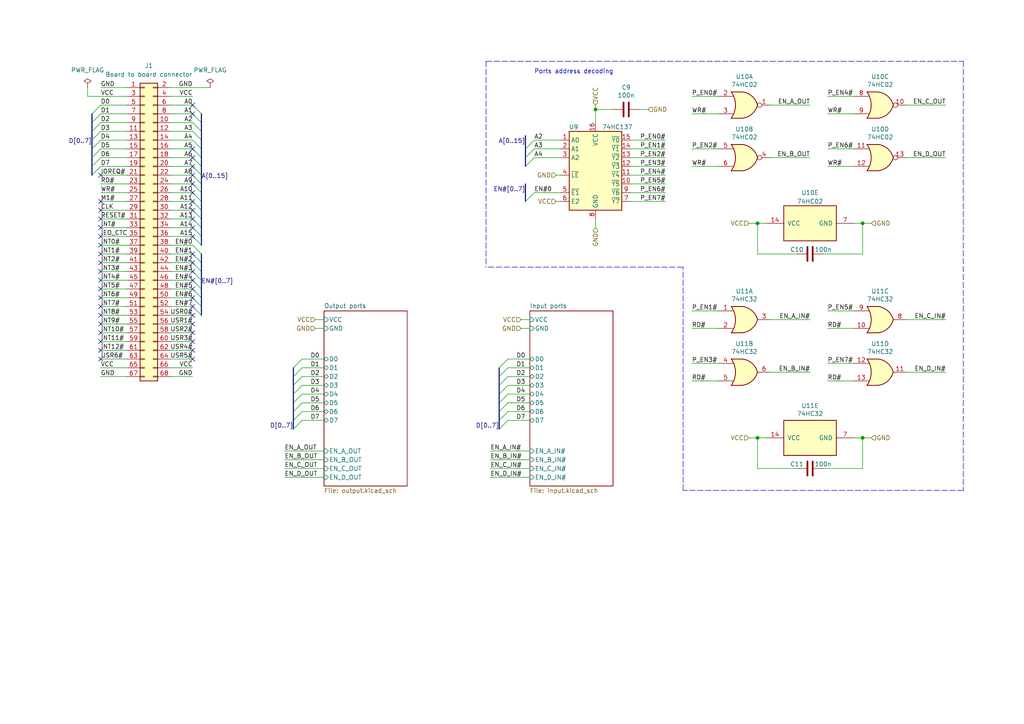
<source format=kicad_sch>
(kicad_sch (version 20231120) (generator "eeschema") (generator_version "8.0")
  (paper "A4")
  (title_block (title "ZComputer - I/O") (date "2024-06-21") (rev "v0.1") (company "Maxime Chretien") (comment 1 "mchretien@linuxmail.org"))
  (lib_symbols
    (symbol "74xx:74HC02" (pin_names (offset 1.016))
      (property "Reference" "U" (at 0 1.27 0))
      (property "Value" "74HC02" (at 0 -1.27 0))
      (symbol "74HC02_1_1"
        (arc (start -3.81 -3.81) (mid -2.589 0) (end -3.81 3.81) (stroke (width 0.254)))
        (arc (start -0.6096 -3.81) (mid 2.1842 -2.5851) (end 3.81 0) (stroke (width 0.254)) (fill (type background)))
        (polyline (pts (xy -3.81 -3.81) (xy -0.635 -3.81)) (stroke (width 0.254)) (fill (type background)))
        (polyline (pts (xy -3.81 3.81) (xy -0.635 3.81)) (stroke (width 0.254)) (fill (type background)))
        (polyline (pts (xy -0.635 3.81) (xy -3.81 3.81) (xy -3.81 3.81) (xy -3.556 3.4036) (xy -3.0226 2.2606) (xy -2.6924 1.0414) (xy -2.6162 -0.254) (xy -2.7686 -1.4986) (xy -3.175 -2.7178) (xy -3.81 -3.81) (xy -3.81 -3.81) (xy -0.635 -3.81)) (stroke (width -25.4)) (fill (type background)))
        (arc (start 3.81 0) (mid 2.1915 2.5936) (end -0.6096 3.81) (stroke (width 0.254)) (fill (type background)))
        (pin output inverted (at 7.62 0 180) (length 3.81) (name "~") (number "1"))
        (pin input line (at -7.62 2.54 0) (length 4.318) (name "~") (number "2"))
        (pin input line (at -7.62 -2.54 0) (length 4.318) (name "~") (number "3"))
      )
      (symbol "74HC02_1_2"
        (arc (start 0 -3.81) (mid 3.7934 0) (end 0 3.81) (stroke (width 0.254)) (fill (type background)))
        (polyline (pts (xy 0 3.81) (xy -3.81 3.81) (xy -3.81 -3.81) (xy 0 -3.81)) (stroke (width 0.254)) (fill (type background)))
        (pin output line (at 7.62 0 180) (length 3.81) (name "~") (number "1"))
        (pin input inverted (at -7.62 2.54 0) (length 3.81) (name "~") (number "2"))
        (pin input inverted (at -7.62 -2.54 0) (length 3.81) (name "~") (number "3"))
      )
      (symbol "74HC02_2_1"
        (arc (start -3.81 -3.81) (mid -2.589 0) (end -3.81 3.81) (stroke (width 0.254)))
        (arc (start -0.6096 -3.81) (mid 2.1842 -2.5851) (end 3.81 0) (stroke (width 0.254)) (fill (type background)))
        (polyline (pts (xy -3.81 -3.81) (xy -0.635 -3.81)) (stroke (width 0.254)) (fill (type background)))
        (polyline (pts (xy -3.81 3.81) (xy -0.635 3.81)) (stroke (width 0.254)) (fill (type background)))
        (polyline (pts (xy -0.635 3.81) (xy -3.81 3.81) (xy -3.81 3.81) (xy -3.556 3.4036) (xy -3.0226 2.2606) (xy -2.6924 1.0414) (xy -2.6162 -0.254) (xy -2.7686 -1.4986) (xy -3.175 -2.7178) (xy -3.81 -3.81) (xy -3.81 -3.81) (xy -0.635 -3.81)) (stroke (width -25.4)) (fill (type background)))
        (arc (start 3.81 0) (mid 2.1915 2.5936) (end -0.6096 3.81) (stroke (width 0.254)) (fill (type background)))
        (pin output inverted (at 7.62 0 180) (length 3.81) (name "~") (number "4"))
        (pin input line (at -7.62 2.54 0) (length 4.318) (name "~") (number "5"))
        (pin input line (at -7.62 -2.54 0) (length 4.318) (name "~") (number "6"))
      )
      (symbol "74HC02_2_2"
        (arc (start 0 -3.81) (mid 3.7934 0) (end 0 3.81) (stroke (width 0.254)) (fill (type background)))
        (polyline (pts (xy 0 3.81) (xy -3.81 3.81) (xy -3.81 -3.81) (xy 0 -3.81)) (stroke (width 0.254)) (fill (type background)))
        (pin output line (at 7.62 0 180) (length 3.81) (name "~") (number "4"))
        (pin input inverted (at -7.62 2.54 0) (length 3.81) (name "~") (number "5"))
        (pin input inverted (at -7.62 -2.54 0) (length 3.81) (name "~") (number "6"))
      )
      (symbol "74HC02_3_1"
        (arc (start -3.81 -3.81) (mid -2.589 0) (end -3.81 3.81) (stroke (width 0.254)))
        (arc (start -0.6096 -3.81) (mid 2.1842 -2.5851) (end 3.81 0) (stroke (width 0.254)) (fill (type background)))
        (polyline (pts (xy -3.81 -3.81) (xy -0.635 -3.81)) (stroke (width 0.254)) (fill (type background)))
        (polyline (pts (xy -3.81 3.81) (xy -0.635 3.81)) (stroke (width 0.254)) (fill (type background)))
        (polyline (pts (xy -0.635 3.81) (xy -3.81 3.81) (xy -3.81 3.81) (xy -3.556 3.4036) (xy -3.0226 2.2606) (xy -2.6924 1.0414) (xy -2.6162 -0.254) (xy -2.7686 -1.4986) (xy -3.175 -2.7178) (xy -3.81 -3.81) (xy -3.81 -3.81) (xy -0.635 -3.81)) (stroke (width -25.4)) (fill (type background)))
        (arc (start 3.81 0) (mid 2.1915 2.5936) (end -0.6096 3.81) (stroke (width 0.254)) (fill (type background)))
        (pin output inverted (at 7.62 0 180) (length 3.81) (name "~") (number "10"))
        (pin input line (at -7.62 2.54 0) (length 4.318) (name "~") (number "8"))
        (pin input line (at -7.62 -2.54 0) (length 4.318) (name "~") (number "9"))
      )
      (symbol "74HC02_3_2"
        (arc (start 0 -3.81) (mid 3.7934 0) (end 0 3.81) (stroke (width 0.254)) (fill (type background)))
        (polyline (pts (xy 0 3.81) (xy -3.81 3.81) (xy -3.81 -3.81) (xy 0 -3.81)) (stroke (width 0.254)) (fill (type background)))
        (pin output line (at 7.62 0 180) (length 3.81) (name "~") (number "10"))
        (pin input inverted (at -7.62 2.54 0) (length 3.81) (name "~") (number "8"))
        (pin input inverted (at -7.62 -2.54 0) (length 3.81) (name "~") (number "9"))
      )
      (symbol "74HC02_4_1"
        (arc (start -3.81 -3.81) (mid -2.589 0) (end -3.81 3.81) (stroke (width 0.254)))
        (arc (start -0.6096 -3.81) (mid 2.1842 -2.5851) (end 3.81 0) (stroke (width 0.254)) (fill (type background)))
        (polyline (pts (xy -3.81 -3.81) (xy -0.635 -3.81)) (stroke (width 0.254)) (fill (type background)))
        (polyline (pts (xy -3.81 3.81) (xy -0.635 3.81)) (stroke (width 0.254)) (fill (type background)))
        (polyline (pts (xy -0.635 3.81) (xy -3.81 3.81) (xy -3.81 3.81) (xy -3.556 3.4036) (xy -3.0226 2.2606) (xy -2.6924 1.0414) (xy -2.6162 -0.254) (xy -2.7686 -1.4986) (xy -3.175 -2.7178) (xy -3.81 -3.81) (xy -3.81 -3.81) (xy -0.635 -3.81)) (stroke (width -25.4)) (fill (type background)))
        (arc (start 3.81 0) (mid 2.1915 2.5936) (end -0.6096 3.81) (stroke (width 0.254)) (fill (type background)))
        (pin input line (at -7.62 2.54 0) (length 4.318) (name "~") (number "11"))
        (pin input line (at -7.62 -2.54 0) (length 4.318) (name "~") (number "12"))
        (pin output inverted (at 7.62 0 180) (length 3.81) (name "~") (number "13"))
      )
      (symbol "74HC02_4_2"
        (arc (start 0 -3.81) (mid 3.7934 0) (end 0 3.81) (stroke (width 0.254)) (fill (type background)))
        (polyline (pts (xy 0 3.81) (xy -3.81 3.81) (xy -3.81 -3.81) (xy 0 -3.81)) (stroke (width 0.254)) (fill (type background)))
        (pin input inverted (at -7.62 2.54 0) (length 3.81) (name "~") (number "11"))
        (pin input inverted (at -7.62 -2.54 0) (length 3.81) (name "~") (number "12"))
        (pin output line (at 7.62 0 180) (length 3.81) (name "~") (number "13"))
      )
      (symbol "74HC02_5_0"
        (pin power_in line (at 0 12.7 270) (length 5.08) (name "VCC") (number "14"))
        (pin power_in line (at 0 -12.7 90) (length 5.08) (name "GND") (number "7"))
      )
      (symbol "74HC02_5_1"
        (rectangle (start -5.08 7.62) (end 5.08 -7.62) (stroke (width 0.254)) (fill (type background)))
      )
    )
    (symbol "74xx:74HC137"
      (property "Reference" "U" (at -7.62 13.97 0))
      (property "Value" "74HC137" (at 2.54 -11.43 0))
      (symbol "74HC137_0_1"
        (rectangle (start -7.62 12.7) (end 7.62 -10.16) (stroke (width 0.254)) (fill (type background)))
      )
      (symbol "74HC137_1_1"
        (pin input line (at -10.16 10.16 0) (length 2.54) (name "A0") (number "1"))
        (pin output line (at 10.16 -2.54 180) (length 2.54) (name "~{Y5}") (number "10"))
        (pin output line (at 10.16 0 180) (length 2.54) (name "~{Y4}") (number "11"))
        (pin output line (at 10.16 2.54 180) (length 2.54) (name "~{Y3}") (number "12"))
        (pin output line (at 10.16 5.08 180) (length 2.54) (name "~{Y2}") (number "13"))
        (pin output line (at 10.16 7.62 180) (length 2.54) (name "~{Y1}") (number "14"))
        (pin output line (at 10.16 10.16 180) (length 2.54) (name "~{Y0}") (number "15"))
        (pin power_in line (at 0 15.24 270) (length 2.54) (name "VCC") (number "16"))
        (pin input line (at -10.16 7.62 0) (length 2.54) (name "A1") (number "2"))
        (pin input line (at -10.16 5.08 0) (length 2.54) (name "A2") (number "3"))
        (pin input line (at -10.16 0 0) (length 2.54) (name "~{LE}") (number "4"))
        (pin input line (at -10.16 -5.08 0) (length 2.54) (name "~{E1}") (number "5"))
        (pin input line (at -10.16 -7.62 0) (length 2.54) (name "E2") (number "6"))
        (pin output line (at 10.16 -7.62 180) (length 2.54) (name "~{Y7}") (number "7"))
        (pin power_in line (at 0 -12.7 90) (length 2.54) (name "GND") (number "8"))
        (pin output line (at 10.16 -5.08 180) (length 2.54) (name "~{Y6}") (number "9"))
      )
    )
    (symbol "Connector_Generic:Conn_02x34_Odd_Even" (pin_names (offset 1.016) hide)
      (property "Reference" "J" (at 1.27 43.18 0))
      (property "Value" "Conn_02x34_Odd_Even" (at 1.27 -45.72 0))
      (symbol "Conn_02x34_Odd_Even_1_1"
        (rectangle (start -1.27 -43.053) (end 0 -43.307) (stroke (width 0.1524)))
        (rectangle (start -1.27 -40.513) (end 0 -40.767) (stroke (width 0.1524)))
        (rectangle (start -1.27 -37.973) (end 0 -38.227) (stroke (width 0.1524)))
        (rectangle (start -1.27 -35.433) (end 0 -35.687) (stroke (width 0.1524)))
        (rectangle (start -1.27 -32.893) (end 0 -33.147) (stroke (width 0.1524)))
        (rectangle (start -1.27 -30.353) (end 0 -30.607) (stroke (width 0.1524)))
        (rectangle (start -1.27 -27.813) (end 0 -28.067) (stroke (width 0.1524)))
        (rectangle (start -1.27 -25.273) (end 0 -25.527) (stroke (width 0.1524)))
        (rectangle (start -1.27 -22.733) (end 0 -22.987) (stroke (width 0.1524)))
        (rectangle (start -1.27 -20.193) (end 0 -20.447) (stroke (width 0.1524)))
        (rectangle (start -1.27 -17.653) (end 0 -17.907) (stroke (width 0.1524)))
        (rectangle (start -1.27 -15.113) (end 0 -15.367) (stroke (width 0.1524)))
        (rectangle (start -1.27 -12.573) (end 0 -12.827) (stroke (width 0.1524)))
        (rectangle (start -1.27 -10.033) (end 0 -10.287) (stroke (width 0.1524)))
        (rectangle (start -1.27 -7.493) (end 0 -7.747) (stroke (width 0.1524)))
        (rectangle (start -1.27 -4.953) (end 0 -5.207) (stroke (width 0.1524)))
        (rectangle (start -1.27 -2.413) (end 0 -2.667) (stroke (width 0.1524)))
        (rectangle (start -1.27 0.127) (end 0 -0.127) (stroke (width 0.1524)))
        (rectangle (start -1.27 2.667) (end 0 2.413) (stroke (width 0.1524)))
        (rectangle (start -1.27 5.207) (end 0 4.953) (stroke (width 0.1524)))
        (rectangle (start -1.27 7.747) (end 0 7.493) (stroke (width 0.1524)))
        (rectangle (start -1.27 10.287) (end 0 10.033) (stroke (width 0.1524)))
        (rectangle (start -1.27 12.827) (end 0 12.573) (stroke (width 0.1524)))
        (rectangle (start -1.27 15.367) (end 0 15.113) (stroke (width 0.1524)))
        (rectangle (start -1.27 17.907) (end 0 17.653) (stroke (width 0.1524)))
        (rectangle (start -1.27 20.447) (end 0 20.193) (stroke (width 0.1524)))
        (rectangle (start -1.27 22.987) (end 0 22.733) (stroke (width 0.1524)))
        (rectangle (start -1.27 25.527) (end 0 25.273) (stroke (width 0.1524)))
        (rectangle (start -1.27 28.067) (end 0 27.813) (stroke (width 0.1524)))
        (rectangle (start -1.27 30.607) (end 0 30.353) (stroke (width 0.1524)))
        (rectangle (start -1.27 33.147) (end 0 32.893) (stroke (width 0.1524)))
        (rectangle (start -1.27 35.687) (end 0 35.433) (stroke (width 0.1524)))
        (rectangle (start -1.27 38.227) (end 0 37.973) (stroke (width 0.1524)))
        (rectangle (start -1.27 40.767) (end 0 40.513) (stroke (width 0.1524)))
        (rectangle (start -1.27 41.91) (end 3.81 -44.45) (stroke (width 0.254)) (fill (type background)))
        (rectangle (start 3.81 -43.053) (end 2.54 -43.307) (stroke (width 0.1524)))
        (rectangle (start 3.81 -40.513) (end 2.54 -40.767) (stroke (width 0.1524)))
        (rectangle (start 3.81 -37.973) (end 2.54 -38.227) (stroke (width 0.1524)))
        (rectangle (start 3.81 -35.433) (end 2.54 -35.687) (stroke (width 0.1524)))
        (rectangle (start 3.81 -32.893) (end 2.54 -33.147) (stroke (width 0.1524)))
        (rectangle (start 3.81 -30.353) (end 2.54 -30.607) (stroke (width 0.1524)))
        (rectangle (start 3.81 -27.813) (end 2.54 -28.067) (stroke (width 0.1524)))
        (rectangle (start 3.81 -25.273) (end 2.54 -25.527) (stroke (width 0.1524)))
        (rectangle (start 3.81 -22.733) (end 2.54 -22.987) (stroke (width 0.1524)))
        (rectangle (start 3.81 -20.193) (end 2.54 -20.447) (stroke (width 0.1524)))
        (rectangle (start 3.81 -17.653) (end 2.54 -17.907) (stroke (width 0.1524)))
        (rectangle (start 3.81 -15.113) (end 2.54 -15.367) (stroke (width 0.1524)))
        (rectangle (start 3.81 -12.573) (end 2.54 -12.827) (stroke (width 0.1524)))
        (rectangle (start 3.81 -10.033) (end 2.54 -10.287) (stroke (width 0.1524)))
        (rectangle (start 3.81 -7.493) (end 2.54 -7.747) (stroke (width 0.1524)))
        (rectangle (start 3.81 -4.953) (end 2.54 -5.207) (stroke (width 0.1524)))
        (rectangle (start 3.81 -2.413) (end 2.54 -2.667) (stroke (width 0.1524)))
        (rectangle (start 3.81 0.127) (end 2.54 -0.127) (stroke (width 0.1524)))
        (rectangle (start 3.81 2.667) (end 2.54 2.413) (stroke (width 0.1524)))
        (rectangle (start 3.81 5.207) (end 2.54 4.953) (stroke (width 0.1524)))
        (rectangle (start 3.81 7.747) (end 2.54 7.493) (stroke (width 0.1524)))
        (rectangle (start 3.81 10.287) (end 2.54 10.033) (stroke (width 0.1524)))
        (rectangle (start 3.81 12.827) (end 2.54 12.573) (stroke (width 0.1524)))
        (rectangle (start 3.81 15.367) (end 2.54 15.113) (stroke (width 0.1524)))
        (rectangle (start 3.81 17.907) (end 2.54 17.653) (stroke (width 0.1524)))
        (rectangle (start 3.81 20.447) (end 2.54 20.193) (stroke (width 0.1524)))
        (rectangle (start 3.81 22.987) (end 2.54 22.733) (stroke (width 0.1524)))
        (rectangle (start 3.81 25.527) (end 2.54 25.273) (stroke (width 0.1524)))
        (rectangle (start 3.81 28.067) (end 2.54 27.813) (stroke (width 0.1524)))
        (rectangle (start 3.81 30.607) (end 2.54 30.353) (stroke (width 0.1524)))
        (rectangle (start 3.81 33.147) (end 2.54 32.893) (stroke (width 0.1524)))
        (rectangle (start 3.81 35.687) (end 2.54 35.433) (stroke (width 0.1524)))
        (rectangle (start 3.81 38.227) (end 2.54 37.973) (stroke (width 0.1524)))
        (rectangle (start 3.81 40.767) (end 2.54 40.513) (stroke (width 0.1524)))
        (pin passive line (at -5.08 40.64 0) (length 3.81) (name "Pin_1") (number "1"))
        (pin passive line (at 7.62 30.48 180) (length 3.81) (name "Pin_10") (number "10"))
        (pin passive line (at -5.08 27.94 0) (length 3.81) (name "Pin_11") (number "11"))
        (pin passive line (at 7.62 27.94 180) (length 3.81) (name "Pin_12") (number "12"))
        (pin passive line (at -5.08 25.4 0) (length 3.81) (name "Pin_13") (number "13"))
        (pin passive line (at 7.62 25.4 180) (length 3.81) (name "Pin_14") (number "14"))
        (pin passive line (at -5.08 22.86 0) (length 3.81) (name "Pin_15") (number "15"))
        (pin passive line (at 7.62 22.86 180) (length 3.81) (name "Pin_16") (number "16"))
        (pin passive line (at -5.08 20.32 0) (length 3.81) (name "Pin_17") (number "17"))
        (pin passive line (at 7.62 20.32 180) (length 3.81) (name "Pin_18") (number "18"))
        (pin passive line (at -5.08 17.78 0) (length 3.81) (name "Pin_19") (number "19"))
        (pin passive line (at 7.62 40.64 180) (length 3.81) (name "Pin_2") (number "2"))
        (pin passive line (at 7.62 17.78 180) (length 3.81) (name "Pin_20") (number "20"))
        (pin passive line (at -5.08 15.24 0) (length 3.81) (name "Pin_21") (number "21"))
        (pin passive line (at 7.62 15.24 180) (length 3.81) (name "Pin_22") (number "22"))
        (pin passive line (at -5.08 12.7 0) (length 3.81) (name "Pin_23") (number "23"))
        (pin passive line (at 7.62 12.7 180) (length 3.81) (name "Pin_24") (number "24"))
        (pin passive line (at -5.08 10.16 0) (length 3.81) (name "Pin_25") (number "25"))
        (pin passive line (at 7.62 10.16 180) (length 3.81) (name "Pin_26") (number "26"))
        (pin passive line (at -5.08 7.62 0) (length 3.81) (name "Pin_27") (number "27"))
        (pin passive line (at 7.62 7.62 180) (length 3.81) (name "Pin_28") (number "28"))
        (pin passive line (at -5.08 5.08 0) (length 3.81) (name "Pin_29") (number "29"))
        (pin passive line (at -5.08 38.1 0) (length 3.81) (name "Pin_3") (number "3"))
        (pin passive line (at 7.62 5.08 180) (length 3.81) (name "Pin_30") (number "30"))
        (pin passive line (at -5.08 2.54 0) (length 3.81) (name "Pin_31") (number "31"))
        (pin passive line (at 7.62 2.54 180) (length 3.81) (name "Pin_32") (number "32"))
        (pin passive line (at -5.08 0 0) (length 3.81) (name "Pin_33") (number "33"))
        (pin passive line (at 7.62 0 180) (length 3.81) (name "Pin_34") (number "34"))
        (pin passive line (at -5.08 -2.54 0) (length 3.81) (name "Pin_35") (number "35"))
        (pin passive line (at 7.62 -2.54 180) (length 3.81) (name "Pin_36") (number "36"))
        (pin passive line (at -5.08 -5.08 0) (length 3.81) (name "Pin_37") (number "37"))
        (pin passive line (at 7.62 -5.08 180) (length 3.81) (name "Pin_38") (number "38"))
        (pin passive line (at -5.08 -7.62 0) (length 3.81) (name "Pin_39") (number "39"))
        (pin passive line (at 7.62 38.1 180) (length 3.81) (name "Pin_4") (number "4"))
        (pin passive line (at 7.62 -7.62 180) (length 3.81) (name "Pin_40") (number "40"))
        (pin passive line (at -5.08 -10.16 0) (length 3.81) (name "Pin_41") (number "41"))
        (pin passive line (at 7.62 -10.16 180) (length 3.81) (name "Pin_42") (number "42"))
        (pin passive line (at -5.08 -12.7 0) (length 3.81) (name "Pin_43") (number "43"))
        (pin passive line (at 7.62 -12.7 180) (length 3.81) (name "Pin_44") (number "44"))
        (pin passive line (at -5.08 -15.24 0) (length 3.81) (name "Pin_45") (number "45"))
        (pin passive line (at 7.62 -15.24 180) (length 3.81) (name "Pin_46") (number "46"))
        (pin passive line (at -5.08 -17.78 0) (length 3.81) (name "Pin_47") (number "47"))
        (pin passive line (at 7.62 -17.78 180) (length 3.81) (name "Pin_48") (number "48"))
        (pin passive line (at -5.08 -20.32 0) (length 3.81) (name "Pin_49") (number "49"))
        (pin passive line (at -5.08 35.56 0) (length 3.81) (name "Pin_5") (number "5"))
        (pin passive line (at 7.62 -20.32 180) (length 3.81) (name "Pin_50") (number "50"))
        (pin passive line (at -5.08 -22.86 0) (length 3.81) (name "Pin_51") (number "51"))
        (pin passive line (at 7.62 -22.86 180) (length 3.81) (name "Pin_52") (number "52"))
        (pin passive line (at -5.08 -25.4 0) (length 3.81) (name "Pin_53") (number "53"))
        (pin passive line (at 7.62 -25.4 180) (length 3.81) (name "Pin_54") (number "54"))
        (pin passive line (at -5.08 -27.94 0) (length 3.81) (name "Pin_55") (number "55"))
        (pin passive line (at 7.62 -27.94 180) (length 3.81) (name "Pin_56") (number "56"))
        (pin passive line (at -5.08 -30.48 0) (length 3.81) (name "Pin_57") (number "57"))
        (pin passive line (at 7.62 -30.48 180) (length 3.81) (name "Pin_58") (number "58"))
        (pin passive line (at -5.08 -33.02 0) (length 3.81) (name "Pin_59") (number "59"))
        (pin passive line (at 7.62 35.56 180) (length 3.81) (name "Pin_6") (number "6"))
        (pin passive line (at 7.62 -33.02 180) (length 3.81) (name "Pin_60") (number "60"))
        (pin passive line (at -5.08 -35.56 0) (length 3.81) (name "Pin_61") (number "61"))
        (pin passive line (at 7.62 -35.56 180) (length 3.81) (name "Pin_62") (number "62"))
        (pin passive line (at -5.08 -38.1 0) (length 3.81) (name "Pin_63") (number "63"))
        (pin passive line (at 7.62 -38.1 180) (length 3.81) (name "Pin_64") (number "64"))
        (pin passive line (at -5.08 -40.64 0) (length 3.81) (name "Pin_65") (number "65"))
        (pin passive line (at 7.62 -40.64 180) (length 3.81) (name "Pin_66") (number "66"))
        (pin passive line (at -5.08 -43.18 0) (length 3.81) (name "Pin_67") (number "67"))
        (pin passive line (at 7.62 -43.18 180) (length 3.81) (name "Pin_68") (number "68"))
        (pin passive line (at -5.08 33.02 0) (length 3.81) (name "Pin_7") (number "7"))
        (pin passive line (at 7.62 33.02 180) (length 3.81) (name "Pin_8") (number "8"))
        (pin passive line (at -5.08 30.48 0) (length 3.81) (name "Pin_9") (number "9"))
      )
    )
    (symbol "Device:C" (pin_numbers hide) (pin_names (offset 0.254))
      (property "Reference" "C" (at 0.635 2.54 0))
      (property "Value" "C" (at 0.635 -2.54 0))
      (symbol "C_0_1"
        (polyline (pts (xy -2.032 -0.762) (xy 2.032 -0.762)) (stroke (width 0.508)))
        (polyline (pts (xy -2.032 0.762) (xy 2.032 0.762)) (stroke (width 0.508)))
      )
      (symbol "C_1_1"
        (pin passive line (at 0 3.81 270) (length 2.794) (name "~") (number "1"))
        (pin passive line (at 0 -3.81 90) (length 2.794) (name "~") (number "2"))
      )
    )
    (symbol "ZComputer_lib:74HC32" (pin_names (offset 1.016))
      (property "Reference" "U" (at 0 1.27 0))
      (property "Value" "74HC32" (at 0 -1.27 0))
      (symbol "74HC32_1_1"
        (arc (start -3.81 -3.81) (mid -2.589 0) (end -3.81 3.81) (stroke (width 0.254)))
        (arc (start -0.6096 -3.81) (mid 2.1842 -2.5851) (end 3.81 0) (stroke (width 0.254)) (fill (type background)))
        (polyline (pts (xy -3.81 -3.81) (xy -0.635 -3.81)) (stroke (width 0.254)) (fill (type background)))
        (polyline (pts (xy -3.81 3.81) (xy -0.635 3.81)) (stroke (width 0.254)) (fill (type background)))
        (polyline (pts (xy -0.635 3.81) (xy -3.81 3.81) (xy -3.81 3.81) (xy -3.556 3.4036) (xy -3.0226 2.2606) (xy -2.6924 1.0414) (xy -2.6162 -0.254) (xy -2.7686 -1.4986) (xy -3.175 -2.7178) (xy -3.81 -3.81) (xy -3.81 -3.81) (xy -0.635 -3.81)) (stroke (width -25.4)) (fill (type background)))
        (arc (start 3.81 0) (mid 2.1915 2.5936) (end -0.6096 3.81) (stroke (width 0.254)) (fill (type background)))
        (pin input line (at -7.62 2.54 0) (length 4.318) (name "~") (number "1"))
        (pin input line (at -7.62 -2.54 0) (length 4.318) (name "~") (number "2"))
        (pin output line (at 7.62 0 180) (length 3.81) (name "~") (number "3"))
      )
      (symbol "74HC32_1_2"
        (arc (start 0 -3.81) (mid 3.7934 0) (end 0 3.81) (stroke (width 0.254)) (fill (type background)))
        (polyline (pts (xy 0 3.81) (xy -3.81 3.81) (xy -3.81 -3.81) (xy 0 -3.81)) (stroke (width 0.254)) (fill (type background)))
        (pin input inverted (at -7.62 2.54 0) (length 3.81) (name "~") (number "1"))
        (pin input inverted (at -7.62 -2.54 0) (length 3.81) (name "~") (number "2"))
        (pin output inverted (at 7.62 0 180) (length 3.81) (name "~") (number "3"))
      )
      (symbol "74HC32_2_1"
        (arc (start -3.81 -3.81) (mid -2.589 0) (end -3.81 3.81) (stroke (width 0.254)))
        (arc (start -0.6096 -3.81) (mid 2.1842 -2.5851) (end 3.81 0) (stroke (width 0.254)) (fill (type background)))
        (polyline (pts (xy -3.81 -3.81) (xy -0.635 -3.81)) (stroke (width 0.254)) (fill (type background)))
        (polyline (pts (xy -3.81 3.81) (xy -0.635 3.81)) (stroke (width 0.254)) (fill (type background)))
        (polyline (pts (xy -0.635 3.81) (xy -3.81 3.81) (xy -3.81 3.81) (xy -3.556 3.4036) (xy -3.0226 2.2606) (xy -2.6924 1.0414) (xy -2.6162 -0.254) (xy -2.7686 -1.4986) (xy -3.175 -2.7178) (xy -3.81 -3.81) (xy -3.81 -3.81) (xy -0.635 -3.81)) (stroke (width -25.4)) (fill (type background)))
        (arc (start 3.81 0) (mid 2.1915 2.5936) (end -0.6096 3.81) (stroke (width 0.254)) (fill (type background)))
        (pin input line (at -7.62 2.54 0) (length 4.318) (name "~") (number "4"))
        (pin input line (at -7.62 -2.54 0) (length 4.318) (name "~") (number "5"))
        (pin output line (at 7.62 0 180) (length 3.81) (name "~") (number "6"))
      )
      (symbol "74HC32_2_2"
        (arc (start 0 -3.81) (mid 3.7934 0) (end 0 3.81) (stroke (width 0.254)) (fill (type background)))
        (polyline (pts (xy 0 3.81) (xy -3.81 3.81) (xy -3.81 -3.81) (xy 0 -3.81)) (stroke (width 0.254)) (fill (type background)))
        (pin input inverted (at -7.62 2.54 0) (length 3.81) (name "~") (number "4"))
        (pin input inverted (at -7.62 -2.54 0) (length 3.81) (name "~") (number "5"))
        (pin output inverted (at 7.62 0 180) (length 3.81) (name "~") (number "6"))
      )
      (symbol "74HC32_3_1"
        (arc (start -3.81 -3.81) (mid -2.589 0) (end -3.81 3.81) (stroke (width 0.254)))
        (arc (start -0.6096 -3.81) (mid 2.1842 -2.5851) (end 3.81 0) (stroke (width 0.254)) (fill (type background)))
        (polyline (pts (xy -3.81 -3.81) (xy -0.635 -3.81)) (stroke (width 0.254)) (fill (type background)))
        (polyline (pts (xy -3.81 3.81) (xy -0.635 3.81)) (stroke (width 0.254)) (fill (type background)))
        (polyline (pts (xy -0.635 3.81) (xy -3.81 3.81) (xy -3.81 3.81) (xy -3.556 3.4036) (xy -3.0226 2.2606) (xy -2.6924 1.0414) (xy -2.6162 -0.254) (xy -2.7686 -1.4986) (xy -3.175 -2.7178) (xy -3.81 -3.81) (xy -3.81 -3.81) (xy -0.635 -3.81)) (stroke (width -25.4)) (fill (type background)))
        (arc (start 3.81 0) (mid 2.1915 2.5936) (end -0.6096 3.81) (stroke (width 0.254)) (fill (type background)))
        (pin input line (at -7.62 -2.54 0) (length 4.318) (name "~") (number "10"))
        (pin output line (at 7.62 0 180) (length 3.81) (name "~") (number "8"))
        (pin input line (at -7.62 2.54 0) (length 4.318) (name "~") (number "9"))
      )
      (symbol "74HC32_3_2"
        (arc (start 0 -3.81) (mid 3.7934 0) (end 0 3.81) (stroke (width 0.254)) (fill (type background)))
        (polyline (pts (xy 0 3.81) (xy -3.81 3.81) (xy -3.81 -3.81) (xy 0 -3.81)) (stroke (width 0.254)) (fill (type background)))
        (pin input inverted (at -7.62 -2.54 0) (length 3.81) (name "~") (number "10"))
        (pin output inverted (at 7.62 0 180) (length 3.81) (name "~") (number "8"))
        (pin input inverted (at -7.62 2.54 0) (length 3.81) (name "~") (number "9"))
      )
      (symbol "74HC32_4_1"
        (arc (start -3.81 -3.81) (mid -2.589 0) (end -3.81 3.81) (stroke (width 0.254)))
        (arc (start -0.6096 -3.81) (mid 2.1842 -2.5851) (end 3.81 0) (stroke (width 0.254)) (fill (type background)))
        (polyline (pts (xy -3.81 -3.81) (xy -0.635 -3.81)) (stroke (width 0.254)) (fill (type background)))
        (polyline (pts (xy -3.81 3.81) (xy -0.635 3.81)) (stroke (width 0.254)) (fill (type background)))
        (polyline (pts (xy -0.635 3.81) (xy -3.81 3.81) (xy -3.81 3.81) (xy -3.556 3.4036) (xy -3.0226 2.2606) (xy -2.6924 1.0414) (xy -2.6162 -0.254) (xy -2.7686 -1.4986) (xy -3.175 -2.7178) (xy -3.81 -3.81) (xy -3.81 -3.81) (xy -0.635 -3.81)) (stroke (width -25.4)) (fill (type background)))
        (arc (start 3.81 0) (mid 2.1915 2.5936) (end -0.6096 3.81) (stroke (width 0.254)) (fill (type background)))
        (pin output line (at 7.62 0 180) (length 3.81) (name "~") (number "11"))
        (pin input line (at -7.62 2.54 0) (length 4.318) (name "~") (number "12"))
        (pin input line (at -7.62 -2.54 0) (length 4.318) (name "~") (number "13"))
      )
      (symbol "74HC32_4_2"
        (arc (start 0 -3.81) (mid 3.7934 0) (end 0 3.81) (stroke (width 0.254)) (fill (type background)))
        (polyline (pts (xy 0 3.81) (xy -3.81 3.81) (xy -3.81 -3.81) (xy 0 -3.81)) (stroke (width 0.254)) (fill (type background)))
        (pin output inverted (at 7.62 0 180) (length 3.81) (name "~") (number "11"))
        (pin input inverted (at -7.62 2.54 0) (length 3.81) (name "~") (number "12"))
        (pin input inverted (at -7.62 -2.54 0) (length 3.81) (name "~") (number "13"))
      )
      (symbol "74HC32_5_0"
        (pin power_in line (at 0 12.7 270) (length 5.08) (name "VCC") (number "14"))
        (pin power_in line (at 0 -12.7 90) (length 5.08) (name "GND") (number "7"))
      )
      (symbol "74HC32_5_1"
        (rectangle (start -5.08 7.62) (end 5.08 -7.62) (stroke (width 0.254)) (fill (type background)))
      )
    )
    (symbol "power:PWR_FLAG" (power) (pin_numbers hide) (pin_names (offset 0) hide)
      (property "Value" "PWR_FLAG" (at 0 3.81 0))
      (symbol "PWR_FLAG_0_0"
        (pin power_out line (at 0 0 90) (length 0) (name "~") (number "1"))
      )
      (symbol "PWR_FLAG_0_1"
        (polyline (pts (xy 0 0) (xy 0 1.27) (xy -1.016 1.905) (xy 0 2.54) (xy 1.016 1.905) (xy 0 1.27)))
      )
    )
  )
  (junction (at 219.71 64.77))
  (junction (at 219.71 127))
  (junction (at 250.19 64.77))
  (junction (at 250.19 127))
  (junction (at 172.72 31.75))
  (no_connect (at 55.88 88.9))
  (no_connect (at 55.88 83.82))
  (no_connect (at 55.88 53.34))
  (no_connect (at 55.88 73.66))
  (no_connect (at 29.21 73.66))
  (no_connect (at 29.21 68.58))
  (no_connect (at 55.88 91.44))
  (no_connect (at 29.21 66.04))
  (no_connect (at 55.88 43.18))
  (no_connect (at 55.88 99.06))
  (no_connect (at 29.21 58.42))
  (no_connect (at 55.88 81.28))
  (no_connect (at 55.88 30.48))
  (no_connect (at 29.21 50.8))
  (no_connect (at 29.21 81.28))
  (no_connect (at 29.21 99.06))
  (no_connect (at 29.21 78.74))
  (no_connect (at 55.88 104.14))
  (no_connect (at 29.21 88.9))
  (no_connect (at 55.88 55.88))
  (no_connect (at 29.21 83.82))
  (no_connect (at 29.21 101.6))
  (no_connect (at 55.88 58.42))
  (no_connect (at 55.88 101.6))
  (no_connect (at 29.21 104.14))
  (no_connect (at 29.21 71.12))
  (no_connect (at 55.88 66.04))
  (no_connect (at 29.21 60.96))
  (no_connect (at 29.21 76.2))
  (no_connect (at 55.88 76.2))
  (no_connect (at 29.21 96.52))
  (no_connect (at 55.88 96.52))
  (no_connect (at 55.88 60.96))
  (no_connect (at 55.88 33.02))
  (no_connect (at 55.88 48.26))
  (no_connect (at 29.21 91.44))
  (no_connect (at 55.88 68.58))
  (no_connect (at 55.88 63.5))
  (no_connect (at 55.88 93.98))
  (no_connect (at 55.88 86.36))
  (no_connect (at 29.21 93.98))
  (no_connect (at 29.21 86.36))
  (no_connect (at 55.88 45.72))
  (no_connect (at 29.21 63.5))
  (no_connect (at 55.88 78.74))
  (no_connect (at 55.88 50.8))
  (bus_entry (at 55.88 71.12) (size 2.54 2.54))
  (bus_entry (at 55.88 40.64) (size 2.54 2.54))
  (bus_entry (at 55.88 76.2) (size 2.54 2.54))
  (bus_entry (at 26.67 43.18) (size 2.54 -2.54))
  (bus_entry (at 87.63 109.22) (size -2.54 2.54))
  (bus_entry (at 154.94 45.72) (size -2.54 2.54))
  (bus_entry (at 154.94 55.88) (size -2.54 2.54))
  (bus_entry (at 55.88 53.34) (size 2.54 2.54))
  (bus_entry (at 26.67 50.8) (size 2.54 -2.54))
  (bus_entry (at 154.94 40.64) (size -2.54 2.54))
  (bus_entry (at 55.88 63.5) (size 2.54 2.54))
  (bus_entry (at 55.88 78.74) (size 2.54 2.54))
  (bus_entry (at 55.88 38.1) (size 2.54 2.54))
  (bus_entry (at 147.32 111.76) (size -2.54 2.54))
  (bus_entry (at 147.32 106.68) (size -2.54 2.54))
  (bus_entry (at 26.67 38.1) (size 2.54 -2.54))
  (bus_entry (at 55.88 66.04) (size 2.54 2.54))
  (bus_entry (at 55.88 68.58) (size 2.54 2.54))
  (bus_entry (at 147.32 109.22) (size -2.54 2.54))
  (bus_entry (at 55.88 50.8) (size 2.54 2.54))
  (bus_entry (at 147.32 121.92) (size -2.54 2.54))
  (bus_entry (at 87.63 121.92) (size -2.54 2.54))
  (bus_entry (at 55.88 58.42) (size 2.54 2.54))
  (bus_entry (at 147.32 119.38) (size -2.54 2.54))
  (bus_entry (at 55.88 86.36) (size 2.54 2.54))
  (bus_entry (at 55.88 48.26) (size 2.54 2.54))
  (bus_entry (at 154.94 43.18) (size -2.54 2.54))
  (bus_entry (at 55.88 33.02) (size 2.54 2.54))
  (bus_entry (at 147.32 104.14) (size -2.54 2.54))
  (bus_entry (at 147.32 114.3) (size -2.54 2.54))
  (bus_entry (at 55.88 60.96) (size 2.54 2.54))
  (bus_entry (at 26.67 33.02) (size 2.54 -2.54))
  (bus_entry (at 147.32 116.84) (size -2.54 2.54))
  (bus_entry (at 55.88 43.18) (size 2.54 2.54))
  (bus_entry (at 87.63 116.84) (size -2.54 2.54))
  (bus_entry (at 55.88 81.28) (size 2.54 2.54))
  (bus_entry (at 26.67 40.64) (size 2.54 -2.54))
  (bus_entry (at 55.88 55.88) (size 2.54 2.54))
  (bus_entry (at 26.67 48.26) (size 2.54 -2.54))
  (bus_entry (at 55.88 73.66) (size 2.54 2.54))
  (bus_entry (at 55.88 83.82) (size 2.54 2.54))
  (bus_entry (at 26.67 35.56) (size 2.54 -2.54))
  (bus_entry (at 55.88 30.48) (size 2.54 2.54))
  (bus_entry (at 87.63 104.14) (size -2.54 2.54))
  (bus_entry (at 87.63 114.3) (size -2.54 2.54))
  (bus_entry (at 55.88 35.56) (size 2.54 2.54))
  (bus_entry (at 55.88 88.9) (size 2.54 2.54))
  (bus_entry (at 55.88 45.72) (size 2.54 2.54))
  (bus_entry (at 87.63 106.68) (size -2.54 2.54))
  (bus_entry (at 87.63 119.38) (size -2.54 2.54))
  (bus_entry (at 26.67 45.72) (size 2.54 -2.54))
  (bus_entry (at 87.63 111.76) (size -2.54 2.54))
  (wire (pts (xy 238.76 135.89) (xy 250.19 135.89)))
  (wire (pts (xy 29.21 33.02) (xy 36.83 33.02)))
  (wire (pts (xy 162.56 58.42) (xy 161.29 58.42)))
  (bus (pts (xy 58.42 53.34) (xy 58.42 55.88)))
  (bus (pts (xy 58.42 83.82) (xy 58.42 86.36)))
  (wire (pts (xy 250.19 64.77) (xy 247.65 64.77)))
  (bus (pts (xy 58.42 40.64) (xy 58.42 43.18)))
  (wire (pts (xy 49.53 66.04) (xy 55.88 66.04)))
  (bus (pts (xy 144.78 109.22) (xy 144.78 111.76)))
  (wire (pts (xy 200.66 33.02) (xy 208.28 33.02)))
  (wire (pts (xy 223.52 45.72) (xy 234.95 45.72)))
  (wire (pts (xy 29.21 55.88) (xy 36.83 55.88)))
  (wire (pts (xy 222.25 127) (xy 219.71 127)))
  (wire (pts (xy 252.73 127) (xy 250.19 127)))
  (bus (pts (xy 85.09 121.92) (xy 85.09 124.46)))
  (wire (pts (xy 147.32 114.3) (xy 153.67 114.3)))
  (wire (pts (xy 238.76 73.66) (xy 250.19 73.66)))
  (wire (pts (xy 29.21 53.34) (xy 36.83 53.34)))
  (bus (pts (xy 152.4 45.72) (xy 152.4 48.26)))
  (wire (pts (xy 29.21 25.4) (xy 36.83 25.4)))
  (bus (pts (xy 58.42 35.56) (xy 58.42 38.1)))
  (bus (pts (xy 85.09 119.38) (xy 85.09 121.92)))
  (wire (pts (xy 25.4 25.4) (xy 25.4 27.94)))
  (wire (pts (xy 49.53 60.96) (xy 55.88 60.96)))
  (wire (pts (xy 142.24 138.43) (xy 153.67 138.43)))
  (wire (pts (xy 151.13 92.71) (xy 153.67 92.71)))
  (wire (pts (xy 240.03 27.94) (xy 247.65 27.94)))
  (wire (pts (xy 49.53 76.2) (xy 55.88 76.2)))
  (bus (pts (xy 144.78 106.68) (xy 144.78 109.22)))
  (wire (pts (xy 219.71 73.66) (xy 219.71 64.77)))
  (wire (pts (xy 185.42 31.75) (xy 187.96 31.75)))
  (wire (pts (xy 182.88 55.88) (xy 193.04 55.88)))
  (wire (pts (xy 142.24 133.35) (xy 153.67 133.35)))
  (wire (pts (xy 49.53 45.72) (xy 55.88 45.72)))
  (wire (pts (xy 142.24 130.81) (xy 153.67 130.81)))
  (wire (pts (xy 29.21 40.64) (xy 36.83 40.64)))
  (wire (pts (xy 49.53 73.66) (xy 55.88 73.66)))
  (wire (pts (xy 49.53 91.44) (xy 55.88 91.44)))
  (wire (pts (xy 29.21 35.56) (xy 36.83 35.56)))
  (wire (pts (xy 250.19 127) (xy 250.19 135.89)))
  (wire (pts (xy 29.21 71.12) (xy 36.83 71.12)))
  (wire (pts (xy 87.63 106.68) (xy 93.98 106.68)))
  (wire (pts (xy 172.72 63.5) (xy 172.72 66.04)))
  (wire (pts (xy 250.19 64.77) (xy 250.19 73.66)))
  (wire (pts (xy 49.53 58.42) (xy 55.88 58.42)))
  (bus (pts (xy 85.09 111.76) (xy 85.09 114.3)))
  (wire (pts (xy 219.71 73.66) (xy 231.14 73.66)))
  (polyline (pts (xy 279.4 17.78) (xy 279.4 142.24)) (stroke (width 0) (type dash)))
  (wire (pts (xy 219.71 135.89) (xy 231.14 135.89)))
  (wire (pts (xy 240.03 43.18) (xy 247.65 43.18)))
  (bus (pts (xy 85.09 114.3) (xy 85.09 116.84)))
  (wire (pts (xy 49.53 71.12) (xy 55.88 71.12)))
  (wire (pts (xy 91.44 92.71) (xy 93.98 92.71)))
  (wire (pts (xy 223.52 92.71) (xy 234.95 92.71)))
  (wire (pts (xy 29.21 50.8) (xy 36.83 50.8)))
  (wire (pts (xy 200.66 27.94) (xy 208.28 27.94)))
  (wire (pts (xy 250.19 127) (xy 247.65 127)))
  (wire (pts (xy 200.66 48.26) (xy 208.28 48.26)))
  (wire (pts (xy 147.32 106.68) (xy 153.67 106.68)))
  (wire (pts (xy 29.21 78.74) (xy 36.83 78.74)))
  (polyline (pts (xy 198.12 142.24) (xy 198.12 77.47)) (stroke (width 0) (type dash)))
  (wire (pts (xy 200.66 95.25) (xy 208.28 95.25)))
  (bus (pts (xy 85.09 116.84) (xy 85.09 119.38)))
  (wire (pts (xy 49.53 33.02) (xy 55.88 33.02)))
  (bus (pts (xy 58.42 45.72) (xy 58.42 48.26)))
  (wire (pts (xy 49.53 104.14) (xy 55.88 104.14)))
  (wire (pts (xy 29.21 83.82) (xy 36.83 83.82)))
  (wire (pts (xy 49.53 96.52) (xy 55.88 96.52)))
  (wire (pts (xy 29.21 76.2) (xy 36.83 76.2)))
  (wire (pts (xy 147.32 104.14) (xy 153.67 104.14)))
  (wire (pts (xy 29.21 93.98) (xy 36.83 93.98)))
  (wire (pts (xy 240.03 105.41) (xy 247.65 105.41)))
  (wire (pts (xy 219.71 64.77) (xy 217.17 64.77)))
  (wire (pts (xy 49.53 43.18) (xy 55.88 43.18)))
  (wire (pts (xy 49.53 83.82) (xy 55.88 83.82)))
  (bus (pts (xy 58.42 63.5) (xy 58.42 66.04)))
  (bus (pts (xy 26.67 48.26) (xy 26.67 50.8)))
  (wire (pts (xy 177.8 31.75) (xy 172.72 31.75)))
  (bus (pts (xy 58.42 68.58) (xy 58.42 71.12)))
  (bus (pts (xy 144.78 119.38) (xy 144.78 121.92)))
  (wire (pts (xy 29.21 38.1) (xy 36.83 38.1)))
  (wire (pts (xy 49.53 63.5) (xy 55.88 63.5)))
  (wire (pts (xy 87.63 121.92) (xy 93.98 121.92)))
  (wire (pts (xy 29.21 99.06) (xy 36.83 99.06)))
  (wire (pts (xy 49.53 101.6) (xy 55.88 101.6)))
  (wire (pts (xy 29.21 86.36) (xy 36.83 86.36)))
  (wire (pts (xy 82.55 133.35) (xy 93.98 133.35)))
  (wire (pts (xy 262.89 30.48) (xy 274.32 30.48)))
  (bus (pts (xy 26.67 40.64) (xy 26.67 43.18)))
  (wire (pts (xy 29.21 43.18) (xy 36.83 43.18)))
  (polyline (pts (xy 140.97 17.78) (xy 279.4 17.78)) (stroke (width 0) (type dash)))
  (bus (pts (xy 26.67 43.18) (xy 26.67 45.72)))
  (wire (pts (xy 29.21 73.66) (xy 36.83 73.66)))
  (wire (pts (xy 182.88 53.34) (xy 193.04 53.34)))
  (bus (pts (xy 58.42 55.88) (xy 58.42 58.42)))
  (wire (pts (xy 49.53 38.1) (xy 55.88 38.1)))
  (wire (pts (xy 49.53 86.36) (xy 55.88 86.36)))
  (wire (pts (xy 29.21 101.6) (xy 36.83 101.6)))
  (wire (pts (xy 182.88 58.42) (xy 193.04 58.42)))
  (polyline (pts (xy 279.4 142.24) (xy 198.12 142.24)) (stroke (width 0) (type dash)))
  (bus (pts (xy 58.42 88.9) (xy 58.42 91.44)))
  (bus (pts (xy 26.67 45.72) (xy 26.67 48.26)))
  (wire (pts (xy 172.72 30.48) (xy 172.72 31.75)))
  (wire (pts (xy 162.56 55.88) (xy 154.94 55.88)))
  (bus (pts (xy 58.42 86.36) (xy 58.42 88.9)))
  (wire (pts (xy 29.21 68.58) (xy 36.83 68.58)))
  (bus (pts (xy 58.42 33.02) (xy 58.42 35.56)))
  (wire (pts (xy 49.53 93.98) (xy 55.88 93.98)))
  (wire (pts (xy 82.55 130.81) (xy 93.98 130.81)))
  (wire (pts (xy 252.73 64.77) (xy 250.19 64.77)))
  (wire (pts (xy 240.03 95.25) (xy 247.65 95.25)))
  (wire (pts (xy 142.24 135.89) (xy 153.67 135.89)))
  (bus (pts (xy 58.42 60.96) (xy 58.42 63.5)))
  (wire (pts (xy 182.88 40.64) (xy 193.04 40.64)))
  (bus (pts (xy 152.4 39.37) (xy 152.4 43.18)))
  (wire (pts (xy 82.55 135.89) (xy 93.98 135.89)))
  (wire (pts (xy 200.66 110.49) (xy 208.28 110.49)))
  (wire (pts (xy 223.52 107.95) (xy 234.95 107.95)))
  (bus (pts (xy 58.42 58.42) (xy 58.42 60.96)))
  (wire (pts (xy 161.29 50.8) (xy 162.56 50.8)))
  (wire (pts (xy 87.63 119.38) (xy 93.98 119.38)))
  (wire (pts (xy 182.88 43.18) (xy 193.04 43.18)))
  (wire (pts (xy 29.21 30.48) (xy 36.83 30.48)))
  (bus (pts (xy 85.09 106.68) (xy 85.09 109.22)))
  (wire (pts (xy 87.63 111.76) (xy 93.98 111.76)))
  (wire (pts (xy 240.03 90.17) (xy 247.65 90.17)))
  (wire (pts (xy 49.53 35.56) (xy 55.88 35.56)))
  (wire (pts (xy 49.53 106.68) (xy 55.88 106.68)))
  (wire (pts (xy 240.03 33.02) (xy 247.65 33.02)))
  (wire (pts (xy 147.32 109.22) (xy 153.67 109.22)))
  (wire (pts (xy 162.56 40.64) (xy 154.94 40.64)))
  (wire (pts (xy 223.52 30.48) (xy 234.95 30.48)))
  (wire (pts (xy 29.21 106.68) (xy 36.83 106.68)))
  (bus (pts (xy 58.42 78.74) (xy 58.42 81.28)))
  (wire (pts (xy 29.21 63.5) (xy 36.83 63.5)))
  (wire (pts (xy 29.21 81.28) (xy 36.83 81.28)))
  (wire (pts (xy 182.88 50.8) (xy 193.04 50.8)))
  (wire (pts (xy 87.63 116.84) (xy 93.98 116.84)))
  (wire (pts (xy 219.71 135.89) (xy 219.71 127)))
  (bus (pts (xy 58.42 73.66) (xy 58.42 76.2)))
  (bus (pts (xy 58.42 50.8) (xy 58.42 53.34)))
  (wire (pts (xy 49.53 99.06) (xy 55.88 99.06)))
  (wire (pts (xy 147.32 116.84) (xy 153.67 116.84)))
  (wire (pts (xy 240.03 110.49) (xy 247.65 110.49)))
  (bus (pts (xy 58.42 81.28) (xy 58.42 83.82)))
  (bus (pts (xy 85.09 109.22) (xy 85.09 111.76)))
  (wire (pts (xy 240.03 48.26) (xy 247.65 48.26)))
  (wire (pts (xy 29.21 88.9) (xy 36.83 88.9)))
  (wire (pts (xy 29.21 104.14) (xy 36.83 104.14)))
  (wire (pts (xy 147.32 111.76) (xy 153.67 111.76)))
  (wire (pts (xy 49.53 81.28) (xy 55.88 81.28)))
  (wire (pts (xy 49.53 53.34) (xy 55.88 53.34)))
  (wire (pts (xy 49.53 78.74) (xy 55.88 78.74)))
  (wire (pts (xy 49.53 25.4) (xy 60.96 25.4)))
  (wire (pts (xy 29.21 45.72) (xy 36.83 45.72)))
  (wire (pts (xy 49.53 50.8) (xy 55.88 50.8)))
  (wire (pts (xy 29.21 60.96) (xy 36.83 60.96)))
  (polyline (pts (xy 140.97 17.78) (xy 140.97 77.47)) (stroke (width 0) (type dash)))
  (wire (pts (xy 200.66 90.17) (xy 208.28 90.17)))
  (wire (pts (xy 262.89 92.71) (xy 274.32 92.71)))
  (bus (pts (xy 58.42 48.26) (xy 58.42 50.8)))
  (wire (pts (xy 147.32 121.92) (xy 153.67 121.92)))
  (wire (pts (xy 200.66 105.41) (xy 208.28 105.41)))
  (wire (pts (xy 29.21 109.22) (xy 36.83 109.22)))
  (wire (pts (xy 172.72 31.75) (xy 172.72 35.56)))
  (wire (pts (xy 222.25 64.77) (xy 219.71 64.77)))
  (wire (pts (xy 29.21 66.04) (xy 36.83 66.04)))
  (bus (pts (xy 58.42 43.18) (xy 58.42 45.72)))
  (wire (pts (xy 162.56 43.18) (xy 154.94 43.18)))
  (wire (pts (xy 182.88 45.72) (xy 193.04 45.72)))
  (wire (pts (xy 49.53 48.26) (xy 55.88 48.26)))
  (bus (pts (xy 26.67 38.1) (xy 26.67 40.64)))
  (wire (pts (xy 262.89 45.72) (xy 274.32 45.72)))
  (wire (pts (xy 49.53 40.64) (xy 55.88 40.64)))
  (wire (pts (xy 147.32 119.38) (xy 153.67 119.38)))
  (wire (pts (xy 49.53 30.48) (xy 55.88 30.48)))
  (bus (pts (xy 58.42 38.1) (xy 58.42 40.64)))
  (wire (pts (xy 25.4 27.94) (xy 36.83 27.94)))
  (bus (pts (xy 144.78 116.84) (xy 144.78 119.38)))
  (bus (pts (xy 144.78 111.76) (xy 144.78 114.3)))
  (wire (pts (xy 151.13 95.25) (xy 153.67 95.25)))
  (wire (pts (xy 200.66 43.18) (xy 208.28 43.18)))
  (wire (pts (xy 29.21 91.44) (xy 36.83 91.44)))
  (bus (pts (xy 26.67 35.56) (xy 26.67 38.1)))
  (bus (pts (xy 58.42 66.04) (xy 58.42 68.58)))
  (bus (pts (xy 58.42 76.2) (xy 58.42 78.74)))
  (wire (pts (xy 182.88 48.26) (xy 193.04 48.26)))
  (bus (pts (xy 26.67 33.02) (xy 26.67 35.56)))
  (polyline (pts (xy 198.12 77.47) (xy 140.97 77.47)) (stroke (width 0) (type dash)))
  (wire (pts (xy 49.53 88.9) (xy 55.88 88.9)))
  (bus (pts (xy 152.4 53.34) (xy 152.4 58.42)))
  (wire (pts (xy 87.63 109.22) (xy 93.98 109.22)))
  (wire (pts (xy 82.55 138.43) (xy 93.98 138.43)))
  (wire (pts (xy 219.71 127) (xy 217.17 127)))
  (wire (pts (xy 49.53 27.94) (xy 55.88 27.94)))
  (wire (pts (xy 162.56 45.72) (xy 154.94 45.72)))
  (wire (pts (xy 87.63 114.3) (xy 93.98 114.3)))
  (wire (pts (xy 49.53 68.58) (xy 55.88 68.58)))
  (wire (pts (xy 29.21 96.52) (xy 36.83 96.52)))
  (wire (pts (xy 262.89 107.95) (xy 274.32 107.95)))
  (wire (pts (xy 29.21 48.26) (xy 36.83 48.26)))
  (bus (pts (xy 144.78 114.3) (xy 144.78 116.84)))
  (wire (pts (xy 29.21 58.42) (xy 36.83 58.42)))
  (wire (pts (xy 49.53 109.22) (xy 55.88 109.22)))
  (wire (pts (xy 91.44 95.25) (xy 93.98 95.25)))
  (bus (pts (xy 144.78 121.92) (xy 144.78 124.46)))
  (wire (pts (xy 87.63 104.14) (xy 93.98 104.14)))
  (bus (pts (xy 152.4 43.18) (xy 152.4 45.72)))
  (wire (pts (xy 49.53 55.88) (xy 55.88 55.88)))
  (text "Ports address decoding" (at 154.94 21.59 0) (effects (font (size 1.27 1.27)) (justify left bottom)))
  (label "USR1#" (at 55.88 93.98 180))
  (label "P_EN1#" (at 200.66 90.17 0))
  (label "A4" (at 154.94 45.72 0))
  (label "D0" (at 29.21 30.48 0))
  (label "D3" (at 29.21 38.1 0))
  (label "D4" (at 29.21 40.64 0))
  (label "EN_B_IN#" (at 142.24 133.35 0))
  (label "D6" (at 152.4 119.38 180))
  (label "A0" (at 55.88 30.48 180))
  (label "VCC" (at 29.21 106.68 0))
  (label "WR#" (at 240.03 33.02 0))
  (label "VCC" (at 55.88 106.68 180))
  (label "EN#0" (at 55.88 71.12 180))
  (label "D4" (at 92.71 114.3 180))
  (label "D[0..7]" (at 85.09 124.46 180))
  (label "P_EN4#" (at 240.03 27.94 0))
  (label "A[0..15]" (at 58.42 52.07 0))
  (label "GND" (at 29.21 109.22 0))
  (label "EN_A_IN#" (at 142.24 130.81 0))
  (label "EN_B_OUT" (at 234.95 45.72 180))
  (label "GND" (at 29.21 25.4 0))
  (label "P_EN1#" (at 193.04 43.18 180))
  (label "A5" (at 55.88 43.18 180))
  (label "D7" (at 29.21 48.26 0))
  (label "EN_C_OUT" (at 82.55 135.89 0))
  (label "P_EN6#" (at 193.04 55.88 180))
  (label "A2" (at 55.88 35.56 180))
  (label "P_EN6#" (at 240.03 43.18 0))
  (label "EN_D_OUT" (at 274.32 45.72 180))
  (label "P_EN4#" (at 193.04 50.8 180))
  (label "INT#" (at 29.21 66.04 0))
  (label "D3" (at 152.4 111.76 180))
  (label "VCC" (at 29.21 27.94 0))
  (label "A8" (at 55.88 50.8 180))
  (label "D[0..7]" (at 144.78 124.46 180))
  (label "RD#" (at 200.66 110.49 0))
  (label "EN_A_OUT" (at 82.55 130.81 0))
  (label "EN_A_OUT" (at 234.95 30.48 180))
  (label "D1" (at 152.4 106.68 180))
  (label "D2" (at 29.21 35.56 0))
  (label "D7" (at 92.71 121.92 180))
  (label "A10" (at 55.88 55.88 180))
  (label "D1" (at 29.21 33.02 0))
  (label "RD#" (at 29.21 53.34 0))
  (label "P_EN3#" (at 200.66 105.41 0))
  (label "A11" (at 55.88 58.42 180))
  (label "VCC" (at 55.88 27.94 180))
  (label "A12" (at 55.88 60.96 180))
  (label "INT7#" (at 29.21 88.9 0))
  (label "D0" (at 92.71 104.14 180))
  (label "USR6#" (at 29.21 104.14 0))
  (label "P_EN5#" (at 193.04 53.34 180))
  (label "A14" (at 55.88 66.04 180))
  (label "CLK" (at 29.21 60.96 0))
  (label "USR2#" (at 55.88 96.52 180))
  (label "EN#7" (at 55.88 88.9 180))
  (label "EN#3" (at 55.88 78.74 180))
  (label "D6" (at 29.21 45.72 0))
  (label "EN_D_IN#" (at 274.32 107.95 180))
  (label "WR#" (at 200.66 33.02 0))
  (label "P_EN7#" (at 240.03 105.41 0))
  (label "INT12#" (at 29.21 101.6 0))
  (label "A1" (at 55.88 33.02 180))
  (label "P_EN0#" (at 200.66 27.94 0))
  (label "INT11#" (at 29.21 99.06 0))
  (label "P_EN0#" (at 193.04 40.64 180))
  (label "INT6#" (at 29.21 86.36 0))
  (label "D4" (at 152.4 114.3 180))
  (label "EN_B_IN#" (at 234.95 107.95 180))
  (label "USR4#" (at 55.88 101.6 180))
  (label "EN#[0..7]" (at 58.42 82.55 0))
  (label "A[0..15]" (at 152.4 41.91 180))
  (label "D3" (at 92.71 111.76 180))
  (label "D5" (at 92.71 116.84 180))
  (label "EN#6" (at 55.88 86.36 180))
  (label "GND" (at 55.88 109.22 180))
  (label "IEO_CTC" (at 29.21 68.58 0))
  (label "D2" (at 92.71 109.22 180))
  (label "A13" (at 55.88 63.5 180))
  (label "EN_C_OUT" (at 274.32 30.48 180))
  (label "EN_A_IN#" (at 234.95 92.71 180))
  (label "P_EN2#" (at 193.04 45.72 180))
  (label "A9" (at 55.88 53.34 180))
  (label "D1" (at 92.71 106.68 180))
  (label "INT2#" (at 29.21 76.2 0))
  (label "A6" (at 55.88 45.72 180))
  (label "EN#5" (at 55.88 83.82 180))
  (label "WR#" (at 29.21 55.88 0))
  (label "INT8#" (at 29.21 91.44 0))
  (label "D7" (at 152.4 121.92 180))
  (label "A15" (at 55.88 68.58 180))
  (label "EN_C_IN#" (at 274.32 92.71 180))
  (label "P_EN7#" (at 193.04 58.42 180))
  (label "RESET#" (at 29.21 63.5 0))
  (label "EN#0" (at 154.94 55.88 0))
  (label "EN#2" (at 55.88 76.2 180))
  (label "INT3#" (at 29.21 78.74 0))
  (label "RD#" (at 240.03 110.49 0))
  (label "EN#1" (at 55.88 73.66 180))
  (label "A3" (at 154.94 43.18 0))
  (label "INT4#" (at 29.21 81.28 0))
  (label "D0" (at 152.4 104.14 180))
  (label "INT1#" (at 29.21 73.66 0))
  (label "D6" (at 92.71 119.38 180))
  (label "USR5#" (at 55.88 104.14 180))
  (label "INT0#" (at 29.21 71.12 0))
  (label "A2" (at 154.94 40.64 0))
  (label "EN#[0..7]" (at 152.4 55.88 180))
  (label "EN_B_OUT" (at 82.55 133.35 0))
  (label "IOREQ#" (at 29.21 50.8 0))
  (label "WR#" (at 240.03 48.26 0))
  (label "D[0..7]" (at 26.67 41.91 180))
  (label "USR3#" (at 55.88 99.06 180))
  (label "A7" (at 55.88 48.26 180))
  (label "USR0#" (at 55.88 91.44 180))
  (label "A4" (at 55.88 40.64 180))
  (label "EN_C_IN#" (at 142.24 135.89 0))
  (label "INT5#" (at 29.21 83.82 0))
  (label "INT9#" (at 29.21 93.98 0))
  (label "D2" (at 152.4 109.22 180))
  (label "EN_D_IN#" (at 142.24 138.43 0))
  (label "D5" (at 152.4 116.84 180))
  (label "INT10#" (at 29.21 96.52 0))
  (label "EN#4" (at 55.88 81.28 180))
  (label "RD#" (at 200.66 95.25 0))
  (label "RD#" (at 240.03 95.25 0))
  (label "D5" (at 29.21 43.18 0))
  (label "P_EN3#" (at 193.04 48.26 180))
  (label "P_EN2#" (at 200.66 43.18 0))
  (label "EN_D_OUT" (at 82.55 138.43 0))
  (label "A3" (at 55.88 38.1 180))
  (label "WR#" (at 200.66 48.26 0))
  (label "P_EN5#" (at 240.03 90.17 0))
  (label "GND" (at 55.88 25.4 180))
  (label "M1#" (at 29.21 58.42 0))
  (hierarchical_label "VCC" (shape input) (at 151.13 92.71 180))
  (hierarchical_label "GND" (shape input) (at 252.73 64.77 0))
  (hierarchical_label "GND" (shape input) (at 91.44 95.25 180))
  (hierarchical_label "VCC" (shape input) (at 161.29 58.42 180))
  (hierarchical_label "GND" (shape input) (at 161.29 50.8 180))
  (hierarchical_label "GND" (shape input) (at 187.96 31.75 0))
  (hierarchical_label "VCC" (shape input) (at 217.17 64.77 180))
  (hierarchical_label "VCC" (shape input) (at 91.44 92.71 180))
  (hierarchical_label "VCC" (shape input) (at 172.72 30.48 90))
  (hierarchical_label "VCC" (shape input) (at 217.17 127 180))
  (hierarchical_label "GND" (shape input) (at 172.72 66.04 270))
  (hierarchical_label "GND" (shape input) (at 252.73 127 0))
  (hierarchical_label "GND" (shape input) (at 151.13 95.25 180))
  (symbol (lib_id "ZComputer_lib:74HC32") (at 215.9 92.71 0) (unit 1)
    (property "Reference" "U11" (at 215.9 84.455 0))
    (property "Value" "74HC32" (at 215.9 86.7664 0))
    (property "Description" "Quad 2-input OR" (effects (hide yes)))
  )
  (symbol (lib_id "ZComputer_lib:74HC32") (at 234.95 127 90) (unit 5)
    (property "Reference" "U11" (at 234.95 117.6782 90))
    (property "Value" "74HC32" (at 234.95 119.9896 90))
    (property "Description" "Quad 2-input OR" (effects (hide yes)))
  )
  (symbol (lib_id "74xx:74HC02") (at 215.9 45.72 0) (unit 2)
    (property "Reference" "U10" (at 215.9 37.465 0))
    (property "Value" "74HC02" (at 215.9 39.7764 0))
    (property "Datasheet" "http://www.ti.com/lit/gpn/sn74hc02" (effects (hide yes)))
  )
  (symbol (lib_id "74xx:74HC137") (at 172.72 50.8 0) (unit 1)
    (property "Reference" "U9" (at 166.37 36.83 0))
    (property "Value" "74HC137" (at 179.07 36.83 0))
    (property "Datasheet" "http://www.ti.com/lit/ds/symlink/cd74hc237.pdf" (effects (hide yes)))
  )
  (symbol (lib_id "74xx:74HC02") (at 215.9 30.48 0) (unit 1)
    (property "Reference" "U10" (at 215.9 22.225 0))
    (property "Value" "74HC02" (at 215.9 24.5364 0))
    (property "Datasheet" "http://www.ti.com/lit/gpn/sn74hc02" (effects (hide yes)))
  )
  (symbol (lib_id "74xx:74HC02") (at 255.27 45.72 0) (unit 4)
    (property "Reference" "U10" (at 255.27 37.465 0))
    (property "Value" "74HC02" (at 255.27 39.7764 0))
    (property "Datasheet" "http://www.ti.com/lit/gpn/sn74hc02" (effects (hide yes)))
  )
  (symbol (lib_id "ZComputer_lib:74HC32") (at 255.27 92.71 0) (unit 3)
    (property "Reference" "U11" (at 255.27 84.455 0))
    (property "Value" "74HC32" (at 255.27 86.7664 0))
    (property "Description" "Quad 2-input OR" (effects (hide yes)))
  )
  (symbol (lib_id "Device:C") (at 181.61 31.75 270) (unit 1)
    (property "Reference" "C9" (at 181.61 25.3492 90))
    (property "Value" "100n" (at 181.61 27.6606 90))
  )
  (symbol (lib_id "ZComputer_lib:74HC32") (at 255.27 107.95 0) (unit 4)
    (property "Reference" "U11" (at 255.27 99.695 0))
    (property "Value" "74HC32" (at 255.27 102.0064 0))
    (property "Description" "Quad 2-input OR" (effects (hide yes)))
  )
  (symbol (lib_id "Connector_Generic:Conn_02x34_Odd_Even") (at 41.91 66.04 0) (unit 1)
    (property "Reference" "J1" (at 43.18 19.05 0))
    (property "Value" "Board to board connector" (at 43.18 21.59 0))
    (property "Description" "Generic connector, double row, 02x34, odd/even pin numbering scheme (row 1 odd numbers, row 2 even numbers), script generated (kicad-library-utils/schlib/autogen/connector/)" (effects (hide yes)))
  )
  (symbol (lib_id "Device:C") (at 234.95 73.66 270) (unit 1)
    (property "Reference" "C10" (at 231.14 72.39 90))
    (property "Value" "100n" (at 238.76 72.39 90))
  )
  (symbol (lib_id "ZComputer_lib:74HC32") (at 215.9 107.95 0) (unit 2)
    (property "Reference" "U11" (at 215.9 99.695 0))
    (property "Value" "74HC32" (at 215.9 102.0064 0))
    (property "Description" "Quad 2-input OR" (effects (hide yes)))
  )
  (symbol (lib_id "power:PWR_FLAG") (at 25.4 25.4 0) (unit 1)
    (property "Reference" "#FLG01" (effects (hide yes)))
    (property "Value" "PWR_FLAG" (at 25.4 20.32 0))
    (property "Description" "Special symbol for telling ERC where power comes from" (effects (hide yes)))
  )
  (symbol (lib_id "74xx:74HC02") (at 255.27 30.48 0) (unit 3)
    (property "Reference" "U10" (at 255.27 22.225 0))
    (property "Value" "74HC02" (at 255.27 24.5364 0))
    (property "Datasheet" "http://www.ti.com/lit/gpn/sn74hc02" (effects (hide yes)))
  )
  (symbol (lib_id "74xx:74HC02") (at 234.95 64.77 90) (unit 5)
    (property "Reference" "U10" (at 237.49 55.88 90) (effects (justify left)))
    (property "Value" "74HC02" (at 238.76 58.42 90) (effects (justify left)))
    (property "Datasheet" "http://www.ti.com/lit/gpn/sn74hc02" (effects (hide yes)))
  )
  (symbol (lib_id "power:PWR_FLAG") (at 60.96 25.4 0) (unit 1)
    (property "Reference" "#FLG02" (effects (hide yes)))
    (property "Value" "PWR_FLAG" (at 60.96 20.32 0))
    (property "Description" "Special symbol for telling ERC where power comes from" (effects (hide yes)))
  )
  (symbol (lib_id "Device:C") (at 234.95 135.89 270) (unit 1)
    (property "Reference" "C11" (at 231.14 134.62 90))
    (property "Value" "100n" (at 238.76 134.62 90))
  )
  (sheet (at 153.67 90.17) (size 24.13 50.8) (stroke (width 0.1524))
    (property "Sheetname" "Input ports" (at 153.67 89.4584 0) (effects (justify left bottom)))
    (property "Sheetfile" "input.kicad_sch" (at 153.67 141.5546 0) (effects (justify left top)))
    (pin "VCC" input (at 153.67 92.71 180))
    (pin "GND" input (at 153.67 95.25 180))
    (pin "EN_C_IN#" input (at 153.67 135.89 180))
    (pin "EN_D_IN#" input (at 153.67 138.43 180))
    (pin "D6" bidirectional (at 153.67 119.38 180))
    (pin "D5" bidirectional (at 153.67 116.84 180))
    (pin "D7" bidirectional (at 153.67 121.92 180))
    (pin "D1" bidirectional (at 153.67 106.68 180))
    (pin "D0" bidirectional (at 153.67 104.14 180))
    (pin "D4" bidirectional (at 153.67 114.3 180))
    (pin "D2" bidirectional (at 153.67 109.22 180))
    (pin "D3" bidirectional (at 153.67 111.76 180))
    (pin "EN_A_IN#" input (at 153.67 130.81 180))
    (pin "EN_B_IN#" input (at 153.67 133.35 180))
  )
  (sheet (at 93.98 90.17) (size 24.13 50.8) (stroke (width 0.1524))
    (property "Sheetname" "Output ports" (at 93.98 89.4584 0) (effects (justify left bottom)))
    (property "Sheetfile" "output.kicad_sch" (at 93.98 141.5546 0) (effects (justify left top)))
    (pin "GND" input (at 93.98 95.25 180))
    (pin "EN_B_OUT" input (at 93.98 133.35 180))
    (pin "D6" bidirectional (at 93.98 119.38 180))
    (pin "D5" bidirectional (at 93.98 116.84 180))
    (pin "D7" bidirectional (at 93.98 121.92 180))
    (pin "D4" bidirectional (at 93.98 114.3 180))
    (pin "D3" bidirectional (at 93.98 111.76 180))
    (pin "D0" bidirectional (at 93.98 104.14 180))
    (pin "D2" bidirectional (at 93.98 109.22 180))
    (pin "D1" bidirectional (at 93.98 106.68 180))
    (pin "EN_A_OUT" input (at 93.98 130.81 180))
    (pin "VCC" input (at 93.98 92.71 180))
    (pin "EN_C_OUT" input (at 93.98 135.89 180))
    (pin "EN_D_OUT" input (at 93.98 138.43 180))
  )
)
</source>
